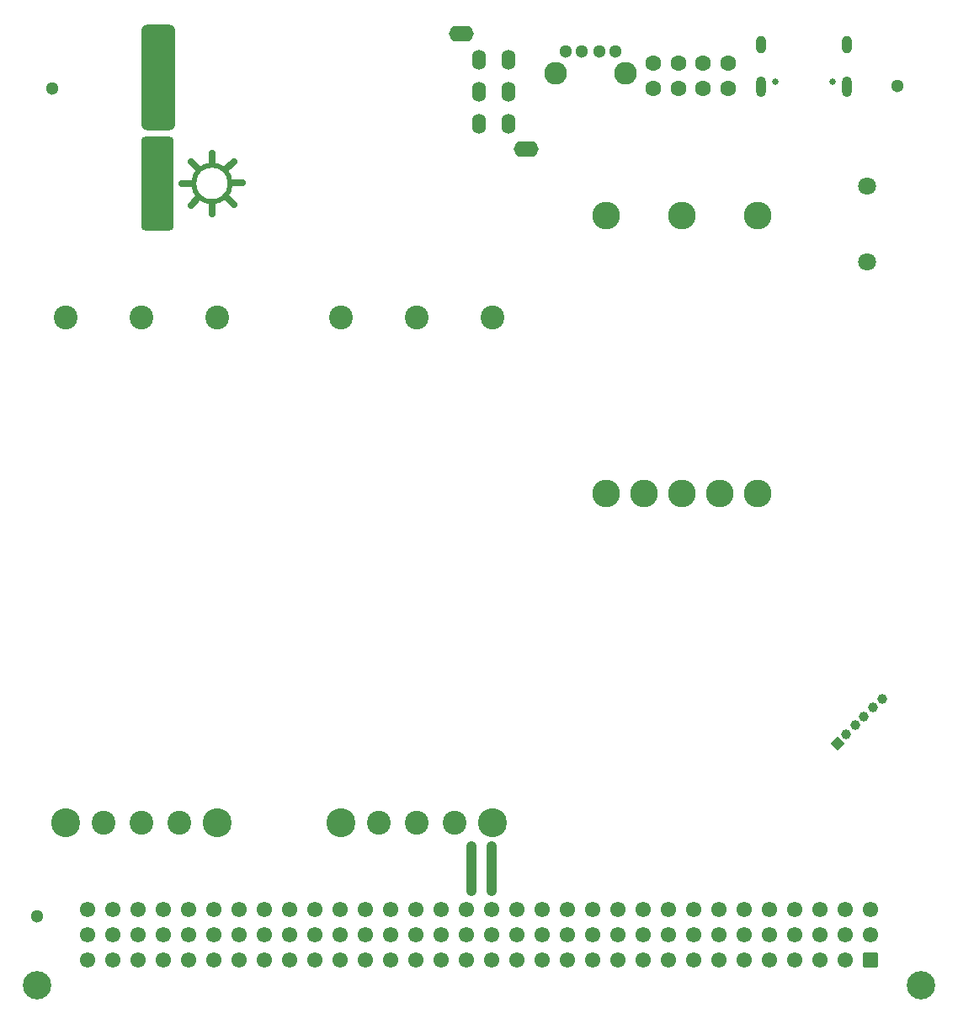
<source format=gbr>
%TF.GenerationSoftware,KiCad,Pcbnew,9.0.3*%
%TF.CreationDate,2025-10-01T00:39:15+02:00*%
%TF.ProjectId,PSU,5053552e-6b69-4636-9164-5f7063625858,0*%
%TF.SameCoordinates,Original*%
%TF.FileFunction,Soldermask,Bot*%
%TF.FilePolarity,Negative*%
%FSLAX46Y46*%
G04 Gerber Fmt 4.6, Leading zero omitted, Abs format (unit mm)*
G04 Created by KiCad (PCBNEW 9.0.3) date 2025-10-01 00:39:15*
%MOMM*%
%LPD*%
G01*
G04 APERTURE LIST*
G04 Aperture macros list*
%AMRoundRect*
0 Rectangle with rounded corners*
0 $1 Rounding radius*
0 $2 $3 $4 $5 $6 $7 $8 $9 X,Y pos of 4 corners*
0 Add a 4 corners polygon primitive as box body*
4,1,4,$2,$3,$4,$5,$6,$7,$8,$9,$2,$3,0*
0 Add four circle primitives for the rounded corners*
1,1,$1+$1,$2,$3*
1,1,$1+$1,$4,$5*
1,1,$1+$1,$6,$7*
1,1,$1+$1,$8,$9*
0 Add four rect primitives between the rounded corners*
20,1,$1+$1,$2,$3,$4,$5,0*
20,1,$1+$1,$4,$5,$6,$7,0*
20,1,$1+$1,$6,$7,$8,$9,0*
20,1,$1+$1,$8,$9,$2,$3,0*%
%AMRotRect*
0 Rectangle, with rotation*
0 The origin of the aperture is its center*
0 $1 length*
0 $2 width*
0 $3 Rotation angle, in degrees counterclockwise*
0 Add horizontal line*
21,1,$1,$2,0,0,$3*%
G04 Aperture macros list end*
%ADD10C,1.000000*%
%ADD11C,0.700000*%
%ADD12C,0.500000*%
%ADD13C,1.300000*%
%ADD14C,1.600000*%
%ADD15C,2.400000*%
%ADD16C,2.910000*%
%ADD17O,1.400000X2.000000*%
%ADD18O,2.500000X1.600000*%
%ADD19C,2.780000*%
%ADD20C,0.650000*%
%ADD21O,1.000000X2.100000*%
%ADD22O,1.000000X1.800000*%
%ADD23C,2.850000*%
%ADD24RoundRect,0.249999X0.525001X0.525001X-0.525001X0.525001X-0.525001X-0.525001X0.525001X-0.525001X0*%
%ADD25C,1.550000*%
%ADD26C,1.800000*%
%ADD27RoundRect,0.495000X1.155000X-4.255000X1.155000X4.255000X-1.155000X4.255000X-1.155000X-4.255000X0*%
%ADD28RoundRect,0.505697X1.179959X-4.794303X1.179959X4.794303X-1.179959X4.794303X-1.179959X-4.794303X0*%
%ADD29C,2.286000*%
%ADD30RotRect,1.000000X1.000000X315.000000*%
%ADD31C,1.000000*%
G04 APERTURE END LIST*
D10*
X49250000Y16750000D02*
X49250000Y12250000D01*
X51250000Y16750000D02*
X51250000Y12250000D01*
D11*
%TO.C,J400*%
X21050000Y81200000D02*
X21850000Y82000000D01*
X21215685Y83400000D02*
X20084315Y83400000D01*
X21850000Y84800000D02*
X21050000Y85600000D01*
X23150000Y86465685D02*
X23150000Y85334315D01*
X23150000Y81465685D02*
X23150000Y80334315D01*
X25084315Y83500000D02*
X26215685Y83500000D01*
X25350000Y85600000D02*
X24550000Y84800000D01*
X25350000Y81300000D02*
X24550000Y82100000D01*
D12*
X24988478Y83400000D02*
G75*
G02*
X21311522Y83400000I-1838478J0D01*
G01*
X21311522Y83400000D02*
G75*
G02*
X24988478Y83400000I1838478J0D01*
G01*
%TD*%
D13*
%TO.C,*%
X5530000Y9710000D03*
%TD*%
%TO.C,*%
X7110000Y92920000D03*
%TD*%
%TO.C,REF\u002A\u002A*%
X92050000Y93220000D03*
%TD*%
D14*
%TO.C,LED300*%
X67493600Y95500001D03*
X70033600Y95500001D03*
X67493600Y92960001D03*
X70033600Y92960001D03*
%TD*%
D15*
%TO.C,IC402*%
X23680000Y69900000D03*
X16060000Y69900000D03*
X8440000Y69900000D03*
D16*
X8440000Y19100000D03*
D15*
X12250000Y19100000D03*
X16060000Y19100000D03*
X19870000Y19100000D03*
D16*
X23680000Y19100000D03*
%TD*%
D17*
%TO.C,SW401*%
X50000000Y89437500D03*
X50000000Y92637500D03*
X50000000Y95837500D03*
X53000000Y89437500D03*
X53000000Y92637500D03*
X53000000Y95837500D03*
D18*
X54750000Y86837500D03*
X48250000Y98437500D03*
%TD*%
D15*
%TO.C,IC405*%
X51365000Y69905000D03*
X43745000Y69905000D03*
X36125000Y69905000D03*
D16*
X36125000Y19105000D03*
D15*
X39935000Y19105000D03*
X43745000Y19105000D03*
X47555000Y19105000D03*
D16*
X51365000Y19105000D03*
%TD*%
D19*
%TO.C,IC406*%
X78040000Y80140000D03*
X70420000Y80140000D03*
X62800000Y80140000D03*
X62800000Y52200000D03*
X66610000Y52200000D03*
X70420000Y52200000D03*
X74230000Y52200000D03*
X78040000Y52200000D03*
%TD*%
D20*
%TO.C,J800*%
X85570000Y93645001D03*
X79790000Y93645001D03*
D21*
X87000000Y93145001D03*
D22*
X87000000Y97325001D03*
D21*
X78360000Y93145001D03*
D22*
X78360000Y97325001D03*
%TD*%
D23*
%TO.C,J200*%
X94450000Y2770001D03*
X5550000Y2770001D03*
D24*
X89370000Y5310001D03*
D25*
X86830000Y5310001D03*
X84290000Y5310001D03*
X81750000Y5310001D03*
X79210000Y5310001D03*
X76670000Y5310001D03*
X74130000Y5310001D03*
X71590000Y5310001D03*
X69050000Y5310001D03*
X66510000Y5310001D03*
X63970000Y5310001D03*
X61430000Y5310001D03*
X58890000Y5310001D03*
X56350000Y5310001D03*
X53810000Y5310001D03*
X51270000Y5310001D03*
X48730000Y5310001D03*
X46190000Y5310001D03*
X43650000Y5310001D03*
X41110000Y5310001D03*
X38570000Y5310001D03*
X36030000Y5310001D03*
X33490000Y5310001D03*
X30950000Y5310001D03*
X28410000Y5310001D03*
X25870000Y5310001D03*
X23330000Y5310001D03*
X20790000Y5310001D03*
X18250000Y5310001D03*
X15710000Y5310001D03*
X13170000Y5310001D03*
X10630000Y5310001D03*
X89370000Y7850001D03*
X86830000Y7850001D03*
X84290000Y7850001D03*
X81750000Y7850001D03*
X79210000Y7850001D03*
X76670000Y7850001D03*
X74130000Y7850001D03*
X71590000Y7850001D03*
X69050000Y7850001D03*
X66510000Y7850001D03*
X63970000Y7850001D03*
X61430000Y7850001D03*
X58890000Y7850001D03*
X56350000Y7850001D03*
X53810000Y7850001D03*
X51270000Y7850001D03*
X48730000Y7850001D03*
X46190000Y7850001D03*
X43650000Y7850001D03*
X41110000Y7850001D03*
X38570000Y7850001D03*
X36030000Y7850001D03*
X33490000Y7850001D03*
X30950000Y7850001D03*
X28410000Y7850001D03*
X25870000Y7850001D03*
X23330000Y7850001D03*
X20790000Y7850001D03*
X18250000Y7850001D03*
X15710000Y7850001D03*
X13170000Y7850001D03*
X10630000Y7850001D03*
X89370000Y10390001D03*
X86830000Y10390001D03*
X84290000Y10390001D03*
X81750000Y10390001D03*
X79210000Y10390001D03*
X76670000Y10390001D03*
X74130000Y10390001D03*
X71590000Y10390001D03*
X69050000Y10390001D03*
X66510000Y10390001D03*
X63970000Y10390001D03*
X61430000Y10390001D03*
X58890000Y10390001D03*
X56350000Y10390001D03*
X53810000Y10390001D03*
X51270000Y10390001D03*
X48730000Y10390001D03*
X46190000Y10390001D03*
X43650000Y10390001D03*
X41110000Y10390001D03*
X38570000Y10390001D03*
X36030000Y10390001D03*
X33490000Y10390001D03*
X30950000Y10390001D03*
X28410000Y10390001D03*
X25870000Y10390001D03*
X23330000Y10390001D03*
X20790000Y10390001D03*
X18250000Y10390001D03*
X15710000Y10390001D03*
X13170000Y10390001D03*
X10630000Y10390001D03*
%TD*%
D26*
%TO.C,BZ401*%
X89000000Y75500000D03*
X89000000Y83100000D03*
%TD*%
D27*
%TO.C,J400*%
X17700000Y83350000D03*
D28*
X17735656Y94100000D03*
%TD*%
D13*
%TO.C,BTN400*%
X63709415Y96700838D03*
X62079415Y96700838D03*
X60339415Y96700838D03*
X58709415Y96700838D03*
D29*
X64709415Y94450838D03*
X57709415Y94450838D03*
%TD*%
D14*
%TO.C,LED301*%
X72543600Y95500001D03*
X75083600Y95500001D03*
X72543600Y92960001D03*
X75083600Y92960001D03*
%TD*%
D30*
%TO.C,J401*%
X86037520Y27121458D03*
D31*
X86935546Y28019484D03*
X87833571Y28917509D03*
X88731597Y29815535D03*
X89629622Y30713560D03*
X90527648Y31611586D03*
%TD*%
M02*

</source>
